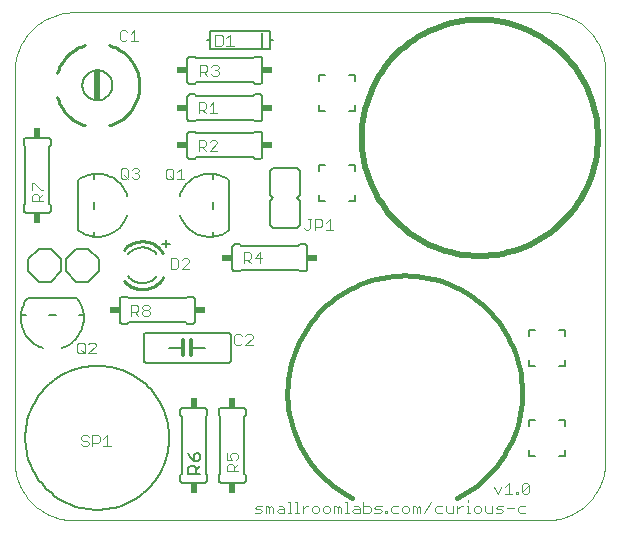
<source format=gto>
G75*
G70*
%OFA0B0*%
%FSLAX24Y24*%
%IPPOS*%
%LPD*%
%AMOC8*
5,1,8,0,0,1.08239X$1,22.5*
%
%ADD10C,0.0197*%
%ADD11C,0.0000*%
%ADD12C,0.0040*%
%ADD13C,0.0160*%
%ADD14C,0.0070*%
%ADD15C,0.0060*%
%ADD16R,0.0340X0.0240*%
%ADD17R,0.0240X0.0340*%
%ADD18C,0.0050*%
%ADD19C,0.0080*%
%ADD20C,0.0030*%
%ADD21C,0.0100*%
%ADD22R,0.0240X0.0960*%
%ADD23C,0.0120*%
D10*
X014304Y013707D02*
X014309Y013900D01*
X014323Y014093D01*
X014347Y014285D01*
X014380Y014475D01*
X014422Y014664D01*
X014474Y014850D01*
X014534Y015033D01*
X014604Y015214D01*
X014682Y015390D01*
X014769Y015563D01*
X014864Y015731D01*
X014968Y015894D01*
X015079Y016052D01*
X015198Y016205D01*
X015324Y016351D01*
X015457Y016491D01*
X015597Y016624D01*
X015743Y016750D01*
X015896Y016869D01*
X016054Y016980D01*
X016217Y017084D01*
X016385Y017179D01*
X016558Y017266D01*
X016734Y017344D01*
X016915Y017414D01*
X017098Y017474D01*
X017284Y017526D01*
X017473Y017568D01*
X017663Y017601D01*
X017855Y017625D01*
X018048Y017639D01*
X018241Y017644D01*
X018434Y017639D01*
X018627Y017625D01*
X018819Y017601D01*
X019009Y017568D01*
X019198Y017526D01*
X019384Y017474D01*
X019567Y017414D01*
X019748Y017344D01*
X019924Y017266D01*
X020097Y017179D01*
X020265Y017084D01*
X020428Y016980D01*
X020586Y016869D01*
X020739Y016750D01*
X020885Y016624D01*
X021025Y016491D01*
X021158Y016351D01*
X021284Y016205D01*
X021403Y016052D01*
X021514Y015894D01*
X021618Y015731D01*
X021713Y015563D01*
X021800Y015390D01*
X021878Y015214D01*
X021948Y015033D01*
X022008Y014850D01*
X022060Y014664D01*
X022102Y014475D01*
X022135Y014285D01*
X022159Y014093D01*
X022173Y013900D01*
X022178Y013707D01*
X022173Y013514D01*
X022159Y013321D01*
X022135Y013129D01*
X022102Y012939D01*
X022060Y012750D01*
X022008Y012564D01*
X021948Y012381D01*
X021878Y012200D01*
X021800Y012024D01*
X021713Y011851D01*
X021618Y011683D01*
X021514Y011520D01*
X021403Y011362D01*
X021284Y011209D01*
X021158Y011063D01*
X021025Y010923D01*
X020885Y010790D01*
X020739Y010664D01*
X020586Y010545D01*
X020428Y010434D01*
X020265Y010330D01*
X020097Y010235D01*
X019924Y010148D01*
X019748Y010070D01*
X019567Y010000D01*
X019384Y009940D01*
X019198Y009888D01*
X019009Y009846D01*
X018819Y009813D01*
X018627Y009789D01*
X018434Y009775D01*
X018241Y009770D01*
X018048Y009775D01*
X017855Y009789D01*
X017663Y009813D01*
X017473Y009846D01*
X017284Y009888D01*
X017098Y009940D01*
X016915Y010000D01*
X016734Y010070D01*
X016558Y010148D01*
X016385Y010235D01*
X016217Y010330D01*
X016054Y010434D01*
X015896Y010545D01*
X015743Y010664D01*
X015597Y010790D01*
X015457Y010923D01*
X015324Y011063D01*
X015198Y011209D01*
X015079Y011362D01*
X014968Y011520D01*
X014864Y011683D01*
X014769Y011851D01*
X014682Y012024D01*
X014604Y012200D01*
X014534Y012381D01*
X014474Y012564D01*
X014422Y012750D01*
X014380Y012939D01*
X014347Y013129D01*
X014323Y013321D01*
X014309Y013514D01*
X014304Y013707D01*
D11*
X002741Y010406D02*
X002741Y002926D01*
X002743Y002832D01*
X002750Y002739D01*
X002761Y002646D01*
X002777Y002553D01*
X002797Y002462D01*
X002821Y002371D01*
X002849Y002282D01*
X002882Y002194D01*
X002919Y002108D01*
X002960Y002024D01*
X003005Y001942D01*
X003054Y001861D01*
X003106Y001784D01*
X003162Y001709D01*
X003222Y001637D01*
X003285Y001567D01*
X003351Y001501D01*
X003421Y001438D01*
X003493Y001378D01*
X003568Y001322D01*
X003645Y001270D01*
X003725Y001221D01*
X003808Y001176D01*
X003892Y001135D01*
X003978Y001098D01*
X004066Y001065D01*
X004155Y001037D01*
X004246Y001013D01*
X004337Y000993D01*
X004430Y000977D01*
X004523Y000966D01*
X004616Y000959D01*
X004710Y000957D01*
X014946Y000957D01*
X020458Y000957D01*
X020552Y000959D01*
X020645Y000966D01*
X020738Y000977D01*
X020831Y000993D01*
X020922Y001013D01*
X021013Y001037D01*
X021102Y001065D01*
X021190Y001098D01*
X021276Y001135D01*
X021360Y001176D01*
X021443Y001221D01*
X021523Y001270D01*
X021600Y001322D01*
X021675Y001378D01*
X021747Y001438D01*
X021817Y001501D01*
X021883Y001567D01*
X021946Y001637D01*
X022006Y001709D01*
X022062Y001784D01*
X022114Y001861D01*
X022163Y001942D01*
X022208Y002024D01*
X022249Y002108D01*
X022286Y002194D01*
X022319Y002282D01*
X022347Y002371D01*
X022371Y002462D01*
X022391Y002553D01*
X022407Y002646D01*
X022418Y002739D01*
X022425Y002832D01*
X022427Y002926D01*
X022426Y002926D02*
X022426Y011194D01*
X022426Y015918D01*
X022427Y015918D02*
X022425Y016012D01*
X022418Y016105D01*
X022407Y016198D01*
X022391Y016291D01*
X022371Y016382D01*
X022347Y016473D01*
X022319Y016562D01*
X022286Y016650D01*
X022249Y016736D01*
X022208Y016820D01*
X022163Y016902D01*
X022114Y016983D01*
X022062Y017060D01*
X022006Y017135D01*
X021946Y017207D01*
X021883Y017277D01*
X021817Y017343D01*
X021747Y017406D01*
X021675Y017466D01*
X021600Y017522D01*
X021523Y017574D01*
X021442Y017623D01*
X021360Y017668D01*
X021276Y017709D01*
X021190Y017746D01*
X021102Y017779D01*
X021013Y017807D01*
X020922Y017831D01*
X020831Y017851D01*
X020738Y017867D01*
X020645Y017878D01*
X020552Y017885D01*
X020458Y017887D01*
X010419Y017887D01*
X004710Y017887D01*
X004616Y017885D01*
X004523Y017878D01*
X004430Y017867D01*
X004337Y017851D01*
X004246Y017831D01*
X004155Y017807D01*
X004066Y017779D01*
X003978Y017746D01*
X003892Y017709D01*
X003808Y017668D01*
X003725Y017623D01*
X003645Y017574D01*
X003568Y017522D01*
X003493Y017466D01*
X003421Y017406D01*
X003351Y017343D01*
X003285Y017277D01*
X003222Y017207D01*
X003162Y017135D01*
X003106Y017060D01*
X003054Y016983D01*
X003005Y016903D01*
X002960Y016820D01*
X002919Y016736D01*
X002882Y016650D01*
X002849Y016562D01*
X002821Y016473D01*
X002797Y016382D01*
X002777Y016291D01*
X002761Y016198D01*
X002750Y016105D01*
X002743Y016012D01*
X002741Y015918D01*
X002741Y010406D01*
D12*
X003311Y011591D02*
X003311Y011771D01*
X003371Y011831D01*
X003491Y011831D01*
X003551Y011771D01*
X003551Y011591D01*
X003551Y011711D02*
X003671Y011831D01*
X003671Y011959D02*
X003611Y011959D01*
X003371Y012199D01*
X003311Y012199D01*
X003311Y011959D01*
X003311Y011591D02*
X003671Y011591D01*
X006270Y012408D02*
X006331Y012348D01*
X006451Y012348D01*
X006511Y012408D01*
X006511Y012648D01*
X006451Y012708D01*
X006331Y012708D01*
X006270Y012648D01*
X006270Y012408D01*
X006391Y012468D02*
X006511Y012348D01*
X006639Y012408D02*
X006699Y012348D01*
X006819Y012348D01*
X006879Y012408D01*
X006879Y012468D01*
X006819Y012528D01*
X006759Y012528D01*
X006819Y012528D02*
X006879Y012588D01*
X006879Y012648D01*
X006819Y012708D01*
X006699Y012708D01*
X006639Y012648D01*
X007788Y012621D02*
X007788Y012380D01*
X007848Y012320D01*
X007968Y012320D01*
X008028Y012380D01*
X008028Y012621D01*
X007968Y012681D01*
X007848Y012681D01*
X007788Y012621D01*
X007908Y012440D02*
X008028Y012320D01*
X008156Y012320D02*
X008396Y012320D01*
X008276Y012320D02*
X008276Y012681D01*
X008156Y012561D01*
X008875Y013277D02*
X008875Y013638D01*
X009055Y013638D01*
X009115Y013578D01*
X009115Y013458D01*
X009055Y013398D01*
X008875Y013398D01*
X008995Y013398D02*
X009115Y013277D01*
X009243Y013277D02*
X009483Y013518D01*
X009483Y013578D01*
X009423Y013638D01*
X009303Y013638D01*
X009243Y013578D01*
X009243Y013277D02*
X009483Y013277D01*
X009483Y014527D02*
X009243Y014527D01*
X009363Y014527D02*
X009363Y014888D01*
X009243Y014768D01*
X009115Y014828D02*
X009115Y014708D01*
X009055Y014648D01*
X008875Y014648D01*
X008995Y014648D02*
X009115Y014527D01*
X008875Y014527D02*
X008875Y014888D01*
X009055Y014888D01*
X009115Y014828D01*
X009165Y015777D02*
X009045Y015898D01*
X009105Y015898D02*
X008925Y015898D01*
X008925Y015777D02*
X008925Y016138D01*
X009105Y016138D01*
X009165Y016078D01*
X009165Y015958D01*
X009105Y015898D01*
X009293Y015838D02*
X009353Y015777D01*
X009473Y015777D01*
X009533Y015838D01*
X009533Y015898D01*
X009473Y015958D01*
X009413Y015958D01*
X009473Y015958D02*
X009533Y016018D01*
X009533Y016078D01*
X009473Y016138D01*
X009353Y016138D01*
X009293Y016078D01*
X006849Y016943D02*
X006609Y016943D01*
X006729Y016943D02*
X006729Y017304D01*
X006609Y017183D01*
X006481Y017244D02*
X006421Y017304D01*
X006301Y017304D01*
X006241Y017244D01*
X006241Y017003D01*
X006301Y016943D01*
X006421Y016943D01*
X006481Y017003D01*
X012506Y010988D02*
X012627Y010988D01*
X012567Y010988D02*
X012567Y010688D01*
X012506Y010627D01*
X012446Y010627D01*
X012386Y010688D01*
X012755Y010748D02*
X012935Y010748D01*
X012995Y010808D01*
X012995Y010928D01*
X012935Y010988D01*
X012755Y010988D01*
X012755Y010627D01*
X013123Y010627D02*
X013363Y010627D01*
X013243Y010627D02*
X013243Y010988D01*
X013123Y010868D01*
X010923Y009888D02*
X010923Y009527D01*
X010983Y009708D02*
X010743Y009708D01*
X010923Y009888D01*
X010615Y009828D02*
X010615Y009708D01*
X010555Y009648D01*
X010375Y009648D01*
X010495Y009648D02*
X010615Y009527D01*
X010375Y009527D02*
X010375Y009888D01*
X010555Y009888D01*
X010615Y009828D01*
X008558Y009628D02*
X008558Y009568D01*
X008318Y009327D01*
X008558Y009327D01*
X008190Y009388D02*
X008190Y009628D01*
X008130Y009688D01*
X007950Y009688D01*
X007950Y009327D01*
X008130Y009327D01*
X008190Y009388D01*
X008318Y009628D02*
X008378Y009688D01*
X008498Y009688D01*
X008558Y009628D01*
X007173Y008138D02*
X007233Y008078D01*
X007233Y008018D01*
X007173Y007958D01*
X007053Y007958D01*
X006993Y008018D01*
X006993Y008078D01*
X007053Y008138D01*
X007173Y008138D01*
X007173Y007958D02*
X007233Y007898D01*
X007233Y007838D01*
X007173Y007777D01*
X007053Y007777D01*
X006993Y007838D01*
X006993Y007898D01*
X007053Y007958D01*
X006865Y007958D02*
X006865Y008078D01*
X006805Y008138D01*
X006625Y008138D01*
X006625Y007777D01*
X006625Y007898D02*
X006805Y007898D01*
X006865Y007958D01*
X006745Y007898D02*
X006865Y007777D01*
X005438Y006819D02*
X005378Y006879D01*
X005258Y006879D01*
X005198Y006819D01*
X005070Y006819D02*
X005070Y006579D01*
X005010Y006519D01*
X004890Y006519D01*
X004830Y006579D01*
X004830Y006819D01*
X004890Y006879D01*
X005010Y006879D01*
X005070Y006819D01*
X004950Y006639D02*
X005070Y006519D01*
X005198Y006519D02*
X005438Y006759D01*
X005438Y006819D01*
X005438Y006519D02*
X005198Y006519D01*
X005142Y003788D02*
X005021Y003788D01*
X004961Y003728D01*
X004961Y003668D01*
X005021Y003608D01*
X005142Y003608D01*
X005202Y003548D01*
X005202Y003488D01*
X005142Y003427D01*
X005021Y003427D01*
X004961Y003488D01*
X005202Y003728D02*
X005142Y003788D01*
X005330Y003788D02*
X005510Y003788D01*
X005570Y003728D01*
X005570Y003608D01*
X005510Y003548D01*
X005330Y003548D01*
X005330Y003427D02*
X005330Y003788D01*
X005698Y003668D02*
X005818Y003788D01*
X005818Y003427D01*
X005698Y003427D02*
X005938Y003427D01*
X009811Y003199D02*
X009811Y002959D01*
X009991Y002959D01*
X009931Y003079D01*
X009931Y003139D01*
X009991Y003199D01*
X010111Y003199D01*
X010171Y003139D01*
X010171Y003019D01*
X010111Y002959D01*
X010171Y002831D02*
X010051Y002711D01*
X010051Y002771D02*
X010051Y002591D01*
X010171Y002591D02*
X009811Y002591D01*
X009811Y002771D01*
X009871Y002831D01*
X009991Y002831D01*
X010051Y002771D01*
X010800Y001443D02*
X010980Y001443D01*
X011108Y001443D02*
X011168Y001443D01*
X011228Y001383D01*
X011288Y001443D01*
X011348Y001383D01*
X011348Y001202D01*
X011228Y001202D02*
X011228Y001383D01*
X011108Y001443D02*
X011108Y001202D01*
X010980Y001263D02*
X010920Y001323D01*
X010800Y001323D01*
X010740Y001383D01*
X010800Y001443D01*
X010740Y001202D02*
X010920Y001202D01*
X010980Y001263D01*
X011477Y001263D02*
X011537Y001323D01*
X011717Y001323D01*
X011717Y001383D02*
X011717Y001202D01*
X011537Y001202D01*
X011477Y001263D01*
X011537Y001443D02*
X011657Y001443D01*
X011717Y001383D01*
X011845Y001563D02*
X011905Y001563D01*
X011905Y001202D01*
X011845Y001202D02*
X011965Y001202D01*
X012090Y001202D02*
X012210Y001202D01*
X012150Y001202D02*
X012150Y001563D01*
X012090Y001563D01*
X012336Y001443D02*
X012336Y001202D01*
X012336Y001323D02*
X012456Y001443D01*
X012516Y001443D01*
X012643Y001383D02*
X012643Y001263D01*
X012703Y001202D01*
X012823Y001202D01*
X012883Y001263D01*
X012883Y001383D01*
X012823Y001443D01*
X012703Y001443D01*
X012643Y001383D01*
X013011Y001383D02*
X013011Y001263D01*
X013071Y001202D01*
X013191Y001202D01*
X013251Y001263D01*
X013251Y001383D01*
X013191Y001443D01*
X013071Y001443D01*
X013011Y001383D01*
X013379Y001443D02*
X013379Y001202D01*
X013499Y001202D02*
X013499Y001383D01*
X013560Y001443D01*
X013620Y001383D01*
X013620Y001202D01*
X013748Y001202D02*
X013868Y001202D01*
X013808Y001202D02*
X013808Y001563D01*
X013748Y001563D01*
X013499Y001383D02*
X013439Y001443D01*
X013379Y001443D01*
X013993Y001263D02*
X014053Y001323D01*
X014233Y001323D01*
X014233Y001383D02*
X014233Y001202D01*
X014053Y001202D01*
X013993Y001263D01*
X014053Y001443D02*
X014173Y001443D01*
X014233Y001383D01*
X014362Y001443D02*
X014542Y001443D01*
X014602Y001383D01*
X014602Y001263D01*
X014542Y001202D01*
X014362Y001202D01*
X014362Y001563D01*
X014730Y001383D02*
X014790Y001443D01*
X014970Y001443D01*
X014910Y001323D02*
X014970Y001263D01*
X014910Y001202D01*
X014730Y001202D01*
X014790Y001323D02*
X014730Y001383D01*
X014790Y001323D02*
X014910Y001323D01*
X015098Y001263D02*
X015158Y001263D01*
X015158Y001202D01*
X015098Y001202D01*
X015098Y001263D01*
X015282Y001263D02*
X015282Y001383D01*
X015342Y001443D01*
X015522Y001443D01*
X015651Y001383D02*
X015651Y001263D01*
X015711Y001202D01*
X015831Y001202D01*
X015891Y001263D01*
X015891Y001383D01*
X015831Y001443D01*
X015711Y001443D01*
X015651Y001383D01*
X015522Y001202D02*
X015342Y001202D01*
X015282Y001263D01*
X016019Y001202D02*
X016019Y001443D01*
X016079Y001443D01*
X016139Y001383D01*
X016199Y001443D01*
X016259Y001383D01*
X016259Y001202D01*
X016139Y001202D02*
X016139Y001383D01*
X016387Y001202D02*
X016627Y001563D01*
X016756Y001383D02*
X016756Y001263D01*
X016816Y001202D01*
X016996Y001202D01*
X017124Y001263D02*
X017124Y001443D01*
X016996Y001443D02*
X016816Y001443D01*
X016756Y001383D01*
X017124Y001263D02*
X017184Y001202D01*
X017364Y001202D01*
X017364Y001443D01*
X017492Y001443D02*
X017492Y001202D01*
X017492Y001323D02*
X017612Y001443D01*
X017672Y001443D01*
X017799Y001443D02*
X017859Y001443D01*
X017859Y001202D01*
X017799Y001202D02*
X017919Y001202D01*
X018045Y001263D02*
X018105Y001202D01*
X018225Y001202D01*
X018285Y001263D01*
X018285Y001383D01*
X018225Y001443D01*
X018105Y001443D01*
X018045Y001383D01*
X018045Y001263D01*
X017859Y001563D02*
X017859Y001623D01*
X018413Y001443D02*
X018413Y001263D01*
X018473Y001202D01*
X018653Y001202D01*
X018653Y001443D01*
X018781Y001383D02*
X018841Y001443D01*
X019021Y001443D01*
X018961Y001323D02*
X018841Y001323D01*
X018781Y001383D01*
X018781Y001202D02*
X018961Y001202D01*
X019021Y001263D01*
X018961Y001323D01*
X019149Y001383D02*
X019390Y001383D01*
X019518Y001383D02*
X019518Y001263D01*
X019578Y001202D01*
X019758Y001202D01*
X019758Y001443D02*
X019578Y001443D01*
X019518Y001383D01*
X019519Y001827D02*
X019459Y001827D01*
X019459Y001888D01*
X019519Y001888D01*
X019519Y001827D01*
X019643Y001888D02*
X019883Y002128D01*
X019883Y001888D01*
X019823Y001827D01*
X019703Y001827D01*
X019643Y001888D01*
X019643Y002128D01*
X019703Y002188D01*
X019823Y002188D01*
X019883Y002128D01*
X019331Y001827D02*
X019091Y001827D01*
X019211Y001827D02*
X019211Y002188D01*
X019091Y002068D01*
X018963Y002068D02*
X018842Y001827D01*
X018722Y002068D01*
X010667Y006805D02*
X010427Y006805D01*
X010667Y007045D01*
X010667Y007105D01*
X010607Y007165D01*
X010487Y007165D01*
X010427Y007105D01*
X010299Y007105D02*
X010239Y007165D01*
X010118Y007165D01*
X010058Y007105D01*
X010058Y006865D01*
X010118Y006805D01*
X010239Y006805D01*
X010299Y006865D01*
D13*
X013991Y001707D02*
X013823Y001796D01*
X013659Y001894D01*
X013500Y001999D01*
X013347Y002112D01*
X013199Y002232D01*
X013057Y002359D01*
X012922Y002493D01*
X012793Y002634D01*
X012671Y002780D01*
X012557Y002933D01*
X012450Y003090D01*
X012351Y003253D01*
X012260Y003420D01*
X012177Y003592D01*
X012103Y003767D01*
X012037Y003946D01*
X011980Y004128D01*
X011932Y004312D01*
X011893Y004499D01*
X011863Y004687D01*
X011842Y004876D01*
X011831Y005066D01*
X011828Y005257D01*
X011835Y005447D01*
X011852Y005637D01*
X011877Y005826D01*
X011912Y006013D01*
X011956Y006198D01*
X012008Y006382D01*
X012070Y006562D01*
X012140Y006739D01*
X012219Y006912D01*
X012306Y007082D01*
X012402Y007247D01*
X012505Y007407D01*
X012616Y007562D01*
X012734Y007711D01*
X012859Y007854D01*
X012992Y007991D01*
X013131Y008122D01*
X013275Y008246D01*
X013426Y008362D01*
X013583Y008471D01*
X013744Y008572D01*
X013910Y008665D01*
X014081Y008750D01*
X014255Y008827D01*
X014433Y008895D01*
X014614Y008954D01*
X014798Y009005D01*
X014984Y009046D01*
X015171Y009078D01*
X015361Y009101D01*
X015551Y009115D01*
X015741Y009120D01*
X015931Y009115D01*
X016121Y009101D01*
X016311Y009078D01*
X016498Y009046D01*
X016684Y009005D01*
X016868Y008954D01*
X017049Y008895D01*
X017227Y008827D01*
X017401Y008750D01*
X017572Y008665D01*
X017738Y008572D01*
X017899Y008471D01*
X018056Y008362D01*
X018207Y008246D01*
X018351Y008122D01*
X018490Y007991D01*
X018623Y007854D01*
X018748Y007711D01*
X018866Y007562D01*
X018977Y007407D01*
X019080Y007247D01*
X019176Y007082D01*
X019263Y006912D01*
X019342Y006739D01*
X019412Y006562D01*
X019474Y006382D01*
X019526Y006198D01*
X019570Y006013D01*
X019605Y005826D01*
X019630Y005637D01*
X019647Y005447D01*
X019654Y005257D01*
X019651Y005066D01*
X019640Y004876D01*
X019619Y004687D01*
X019589Y004499D01*
X019550Y004312D01*
X019502Y004128D01*
X019445Y003946D01*
X019379Y003767D01*
X019305Y003592D01*
X019222Y003420D01*
X019131Y003253D01*
X019032Y003090D01*
X018925Y002933D01*
X018811Y002780D01*
X018689Y002634D01*
X018560Y002493D01*
X018425Y002359D01*
X018283Y002232D01*
X018135Y002112D01*
X017982Y001999D01*
X017823Y001894D01*
X017659Y001796D01*
X017491Y001707D01*
D14*
X007778Y010056D02*
X007778Y010309D01*
X007651Y010183D02*
X007905Y010183D01*
D15*
X007465Y009825D02*
X007435Y009860D01*
X007404Y009893D01*
X007369Y009923D01*
X007333Y009950D01*
X007295Y009974D01*
X007255Y009996D01*
X007213Y010014D01*
X007170Y010030D01*
X007126Y010042D01*
X007082Y010050D01*
X007036Y010055D01*
X006991Y010057D01*
X006946Y010055D01*
X006900Y010050D01*
X006856Y010042D01*
X006812Y010030D01*
X006769Y010014D01*
X006727Y009996D01*
X006687Y009974D01*
X006649Y009950D01*
X006613Y009923D01*
X006578Y009893D01*
X006547Y009860D01*
X006517Y009825D01*
X006991Y008857D02*
X007037Y008859D01*
X007083Y008864D01*
X007129Y008873D01*
X007174Y008885D01*
X007217Y008901D01*
X007259Y008920D01*
X007300Y008943D01*
X007339Y008968D01*
X007375Y008996D01*
X007410Y009027D01*
X007442Y009061D01*
X007471Y009097D01*
X006991Y008857D02*
X006944Y008859D01*
X006896Y008865D01*
X006850Y008874D01*
X006804Y008887D01*
X006760Y008903D01*
X006716Y008923D01*
X006675Y008947D01*
X006636Y008973D01*
X006599Y009003D01*
X006564Y009036D01*
X006532Y009071D01*
X006503Y009108D01*
X006491Y008407D02*
X006341Y008407D01*
X006324Y008405D01*
X006307Y008401D01*
X006291Y008394D01*
X006277Y008384D01*
X006264Y008371D01*
X006254Y008357D01*
X006247Y008341D01*
X006243Y008324D01*
X006241Y008307D01*
X006241Y007607D01*
X006243Y007590D01*
X006247Y007573D01*
X006254Y007557D01*
X006264Y007543D01*
X006277Y007530D01*
X006291Y007520D01*
X006307Y007513D01*
X006324Y007509D01*
X006341Y007507D01*
X006491Y007507D01*
X006541Y007557D01*
X008441Y007557D01*
X008491Y007507D01*
X008641Y007507D01*
X008658Y007509D01*
X008675Y007513D01*
X008691Y007520D01*
X008705Y007530D01*
X008718Y007543D01*
X008728Y007557D01*
X008735Y007573D01*
X008739Y007590D01*
X008741Y007607D01*
X008741Y008307D01*
X008739Y008324D01*
X008735Y008341D01*
X008728Y008357D01*
X008718Y008371D01*
X008705Y008384D01*
X008691Y008394D01*
X008675Y008401D01*
X008658Y008405D01*
X008641Y008407D01*
X008491Y008407D01*
X008441Y008357D01*
X006541Y008357D01*
X006491Y008407D01*
X005541Y009257D02*
X005541Y009657D01*
X005191Y010007D01*
X004791Y010007D01*
X004441Y009657D01*
X004441Y009257D01*
X004791Y008907D01*
X005191Y008907D01*
X005541Y009257D01*
X004816Y008357D02*
X003167Y008357D01*
X003104Y007807D02*
X002946Y007807D01*
X003879Y007807D02*
X004104Y007807D01*
X004816Y008357D02*
X004853Y008306D01*
X004888Y008253D01*
X004920Y008197D01*
X004948Y008140D01*
X004972Y008081D01*
X004993Y008021D01*
X005010Y007960D01*
X005024Y007898D01*
X005033Y007835D01*
X005039Y007772D01*
X005041Y007708D01*
X005039Y007644D01*
X005033Y007581D01*
X005024Y007518D01*
X005011Y007456D01*
X004993Y007395D01*
X004973Y007335D01*
X004948Y007276D01*
X004920Y007219D01*
X004889Y007163D01*
X004855Y007110D01*
X004817Y007059D01*
X004776Y007010D01*
X004732Y006964D01*
X004686Y006920D01*
X004637Y006879D01*
X004586Y006842D01*
X004532Y006807D01*
X004477Y006776D01*
X004420Y006748D01*
X004361Y006724D01*
X004301Y006704D01*
X003681Y006704D02*
X003621Y006724D01*
X003562Y006748D01*
X003505Y006776D01*
X003450Y006807D01*
X003396Y006842D01*
X003345Y006879D01*
X003296Y006920D01*
X003250Y006964D01*
X003206Y007010D01*
X003165Y007059D01*
X003127Y007110D01*
X003093Y007163D01*
X003061Y007219D01*
X003034Y007276D01*
X003009Y007335D01*
X002989Y007395D01*
X002971Y007456D01*
X002958Y007518D01*
X002949Y007581D01*
X002943Y007644D01*
X002941Y007708D01*
X002943Y007772D01*
X002949Y007835D01*
X002958Y007898D01*
X002972Y007960D01*
X002989Y008021D01*
X003010Y008081D01*
X003034Y008140D01*
X003062Y008197D01*
X003094Y008253D01*
X003129Y008306D01*
X003166Y008357D01*
X003541Y008907D02*
X003941Y008907D01*
X004291Y009257D01*
X004291Y009657D01*
X003941Y010007D01*
X003541Y010007D01*
X003191Y009657D01*
X003191Y009257D01*
X003541Y008907D01*
X004879Y007807D02*
X005037Y007807D01*
X007041Y007107D02*
X007041Y006307D01*
X007043Y006290D01*
X007047Y006273D01*
X007054Y006257D01*
X007064Y006243D01*
X007077Y006230D01*
X007091Y006220D01*
X007107Y006213D01*
X007124Y006209D01*
X007141Y006207D01*
X009841Y006207D01*
X009858Y006209D01*
X009875Y006213D01*
X009891Y006220D01*
X009905Y006230D01*
X009918Y006243D01*
X009928Y006257D01*
X009935Y006273D01*
X009939Y006290D01*
X009941Y006307D01*
X009941Y007107D01*
X009939Y007124D01*
X009935Y007141D01*
X009928Y007157D01*
X009918Y007171D01*
X009905Y007184D01*
X009891Y007194D01*
X009875Y007201D01*
X009858Y007205D01*
X009841Y007207D01*
X007141Y007207D01*
X007124Y007205D01*
X007107Y007201D01*
X007091Y007194D01*
X007077Y007184D01*
X007064Y007171D01*
X007054Y007157D01*
X007047Y007141D01*
X007043Y007124D01*
X007041Y007107D01*
X007891Y006707D02*
X008361Y006707D01*
X008611Y006707D02*
X009091Y006707D01*
X009054Y004707D02*
X008354Y004707D01*
X008337Y004705D01*
X008320Y004701D01*
X008304Y004694D01*
X008290Y004684D01*
X008277Y004671D01*
X008267Y004657D01*
X008260Y004641D01*
X008256Y004624D01*
X008254Y004607D01*
X008254Y004457D01*
X008304Y004407D01*
X008304Y002507D01*
X008254Y002457D01*
X008254Y002307D01*
X008256Y002290D01*
X008260Y002273D01*
X008267Y002257D01*
X008277Y002243D01*
X008290Y002230D01*
X008304Y002220D01*
X008320Y002213D01*
X008337Y002209D01*
X008354Y002207D01*
X009054Y002207D01*
X009071Y002209D01*
X009088Y002213D01*
X009104Y002220D01*
X009118Y002230D01*
X009131Y002243D01*
X009141Y002257D01*
X009148Y002273D01*
X009152Y002290D01*
X009154Y002307D01*
X009154Y002457D01*
X009104Y002507D01*
X009104Y004407D01*
X009154Y004457D01*
X009154Y004607D01*
X009152Y004624D01*
X009148Y004641D01*
X009141Y004657D01*
X009131Y004671D01*
X009118Y004684D01*
X009104Y004694D01*
X009088Y004701D01*
X009071Y004705D01*
X009054Y004707D01*
X009541Y004607D02*
X009541Y004457D01*
X009591Y004407D01*
X009591Y002507D01*
X009541Y002457D01*
X009541Y002307D01*
X009543Y002290D01*
X009547Y002273D01*
X009554Y002257D01*
X009564Y002243D01*
X009577Y002230D01*
X009591Y002220D01*
X009607Y002213D01*
X009624Y002209D01*
X009641Y002207D01*
X010341Y002207D01*
X010358Y002209D01*
X010375Y002213D01*
X010391Y002220D01*
X010405Y002230D01*
X010418Y002243D01*
X010428Y002257D01*
X010435Y002273D01*
X010439Y002290D01*
X010441Y002307D01*
X010441Y002457D01*
X010391Y002507D01*
X010391Y004407D01*
X010441Y004457D01*
X010441Y004607D01*
X010439Y004624D01*
X010435Y004641D01*
X010428Y004657D01*
X010418Y004671D01*
X010405Y004684D01*
X010391Y004694D01*
X010375Y004701D01*
X010358Y004705D01*
X010341Y004707D01*
X009641Y004707D01*
X009624Y004705D01*
X009607Y004701D01*
X009591Y004694D01*
X009577Y004684D01*
X009564Y004671D01*
X009554Y004657D01*
X009547Y004641D01*
X009543Y004624D01*
X009541Y004607D01*
X003091Y003707D02*
X003094Y003825D01*
X003103Y003942D01*
X003117Y004059D01*
X003137Y004175D01*
X003163Y004290D01*
X003194Y004404D01*
X003231Y004516D01*
X003274Y004625D01*
X003321Y004733D01*
X003374Y004838D01*
X003432Y004941D01*
X003495Y005040D01*
X003563Y005137D01*
X003636Y005230D01*
X003713Y005319D01*
X003794Y005404D01*
X003879Y005485D01*
X003968Y005562D01*
X004061Y005635D01*
X004158Y005703D01*
X004257Y005766D01*
X004360Y005824D01*
X004465Y005877D01*
X004573Y005924D01*
X004682Y005967D01*
X004794Y006004D01*
X004908Y006035D01*
X005023Y006061D01*
X005139Y006081D01*
X005256Y006095D01*
X005373Y006104D01*
X005491Y006107D01*
X005609Y006104D01*
X005726Y006095D01*
X005843Y006081D01*
X005959Y006061D01*
X006074Y006035D01*
X006188Y006004D01*
X006300Y005967D01*
X006409Y005924D01*
X006517Y005877D01*
X006622Y005824D01*
X006725Y005766D01*
X006824Y005703D01*
X006921Y005635D01*
X007014Y005562D01*
X007103Y005485D01*
X007188Y005404D01*
X007269Y005319D01*
X007346Y005230D01*
X007419Y005137D01*
X007487Y005040D01*
X007550Y004941D01*
X007608Y004838D01*
X007661Y004733D01*
X007708Y004625D01*
X007751Y004516D01*
X007788Y004404D01*
X007819Y004290D01*
X007845Y004175D01*
X007865Y004059D01*
X007879Y003942D01*
X007888Y003825D01*
X007891Y003707D01*
X007888Y003589D01*
X007879Y003472D01*
X007865Y003355D01*
X007845Y003239D01*
X007819Y003124D01*
X007788Y003010D01*
X007751Y002898D01*
X007708Y002789D01*
X007661Y002681D01*
X007608Y002576D01*
X007550Y002473D01*
X007487Y002374D01*
X007419Y002277D01*
X007346Y002184D01*
X007269Y002095D01*
X007188Y002010D01*
X007103Y001929D01*
X007014Y001852D01*
X006921Y001779D01*
X006824Y001711D01*
X006725Y001648D01*
X006622Y001590D01*
X006517Y001537D01*
X006409Y001490D01*
X006300Y001447D01*
X006188Y001410D01*
X006074Y001379D01*
X005959Y001353D01*
X005843Y001333D01*
X005726Y001319D01*
X005609Y001310D01*
X005491Y001307D01*
X005373Y001310D01*
X005256Y001319D01*
X005139Y001333D01*
X005023Y001353D01*
X004908Y001379D01*
X004794Y001410D01*
X004682Y001447D01*
X004573Y001490D01*
X004465Y001537D01*
X004360Y001590D01*
X004257Y001648D01*
X004158Y001711D01*
X004061Y001779D01*
X003968Y001852D01*
X003879Y001929D01*
X003794Y002010D01*
X003713Y002095D01*
X003636Y002184D01*
X003563Y002277D01*
X003495Y002374D01*
X003432Y002473D01*
X003374Y002576D01*
X003321Y002681D01*
X003274Y002789D01*
X003231Y002898D01*
X003194Y003010D01*
X003163Y003124D01*
X003137Y003239D01*
X003117Y003355D01*
X003103Y003472D01*
X003094Y003589D01*
X003091Y003707D01*
X009991Y009357D02*
X009991Y010057D01*
X009993Y010074D01*
X009997Y010091D01*
X010004Y010107D01*
X010014Y010121D01*
X010027Y010134D01*
X010041Y010144D01*
X010057Y010151D01*
X010074Y010155D01*
X010091Y010157D01*
X010241Y010157D01*
X010291Y010107D01*
X012191Y010107D01*
X012241Y010157D01*
X012391Y010157D01*
X012408Y010155D01*
X012425Y010151D01*
X012441Y010144D01*
X012455Y010134D01*
X012468Y010121D01*
X012478Y010107D01*
X012485Y010091D01*
X012489Y010074D01*
X012491Y010057D01*
X012491Y009357D01*
X012489Y009340D01*
X012485Y009323D01*
X012478Y009307D01*
X012468Y009293D01*
X012455Y009280D01*
X012441Y009270D01*
X012425Y009263D01*
X012408Y009259D01*
X012391Y009257D01*
X012241Y009257D01*
X012191Y009307D01*
X010291Y009307D01*
X010241Y009257D01*
X010091Y009257D01*
X010074Y009259D01*
X010057Y009263D01*
X010041Y009270D01*
X010027Y009280D01*
X010014Y009293D01*
X010004Y009307D01*
X009997Y009323D01*
X009993Y009340D01*
X009991Y009357D01*
X011341Y010707D02*
X011241Y010807D01*
X011241Y011607D01*
X011341Y011707D01*
X011241Y011807D01*
X011241Y012607D01*
X011341Y012707D01*
X012141Y012707D01*
X012241Y012607D01*
X012241Y011807D01*
X012141Y011707D01*
X012241Y011607D01*
X012241Y010807D01*
X012141Y010707D01*
X011341Y010707D01*
X012891Y011607D02*
X012891Y011807D01*
X012891Y011607D02*
X013091Y011607D01*
X013891Y011607D02*
X014091Y011607D01*
X014091Y011807D01*
X014091Y012607D02*
X014091Y012807D01*
X013891Y012807D01*
X013091Y012807D02*
X012891Y012807D01*
X012891Y012607D01*
X010991Y013107D02*
X010991Y013807D01*
X010989Y013824D01*
X010985Y013841D01*
X010978Y013857D01*
X010968Y013871D01*
X010955Y013884D01*
X010941Y013894D01*
X010925Y013901D01*
X010908Y013905D01*
X010891Y013907D01*
X010741Y013907D01*
X010691Y013857D01*
X008791Y013857D01*
X008741Y013907D01*
X008591Y013907D01*
X008574Y013905D01*
X008557Y013901D01*
X008541Y013894D01*
X008527Y013884D01*
X008514Y013871D01*
X008504Y013857D01*
X008497Y013841D01*
X008493Y013824D01*
X008491Y013807D01*
X008491Y013107D01*
X008493Y013090D01*
X008497Y013073D01*
X008504Y013057D01*
X008514Y013043D01*
X008527Y013030D01*
X008541Y013020D01*
X008557Y013013D01*
X008574Y013009D01*
X008591Y013007D01*
X008741Y013007D01*
X008791Y013057D01*
X010691Y013057D01*
X010741Y013007D01*
X010891Y013007D01*
X010908Y013009D01*
X010925Y013013D01*
X010941Y013020D01*
X010955Y013030D01*
X010968Y013043D01*
X010978Y013057D01*
X010985Y013073D01*
X010989Y013090D01*
X010991Y013107D01*
X010891Y014257D02*
X010741Y014257D01*
X010691Y014307D01*
X008791Y014307D01*
X008741Y014257D01*
X008591Y014257D01*
X008574Y014259D01*
X008557Y014263D01*
X008541Y014270D01*
X008527Y014280D01*
X008514Y014293D01*
X008504Y014307D01*
X008497Y014323D01*
X008493Y014340D01*
X008491Y014357D01*
X008491Y015057D01*
X008493Y015074D01*
X008497Y015091D01*
X008504Y015107D01*
X008514Y015121D01*
X008527Y015134D01*
X008541Y015144D01*
X008557Y015151D01*
X008574Y015155D01*
X008591Y015157D01*
X008741Y015157D01*
X008791Y015107D01*
X010691Y015107D01*
X010741Y015157D01*
X010891Y015157D01*
X010908Y015155D01*
X010925Y015151D01*
X010941Y015144D01*
X010955Y015134D01*
X010968Y015121D01*
X010978Y015107D01*
X010985Y015091D01*
X010989Y015074D01*
X010991Y015057D01*
X010991Y014357D01*
X010989Y014340D01*
X010985Y014323D01*
X010978Y014307D01*
X010968Y014293D01*
X010955Y014280D01*
X010941Y014270D01*
X010925Y014263D01*
X010908Y014259D01*
X010891Y014257D01*
X010891Y015507D02*
X010741Y015507D01*
X010691Y015557D01*
X008791Y015557D01*
X008741Y015507D01*
X008591Y015507D01*
X008574Y015509D01*
X008557Y015513D01*
X008541Y015520D01*
X008527Y015530D01*
X008514Y015543D01*
X008504Y015557D01*
X008497Y015573D01*
X008493Y015590D01*
X008491Y015607D01*
X008491Y016307D01*
X008493Y016324D01*
X008497Y016341D01*
X008504Y016357D01*
X008514Y016371D01*
X008527Y016384D01*
X008541Y016394D01*
X008557Y016401D01*
X008574Y016405D01*
X008591Y016407D01*
X008741Y016407D01*
X008791Y016357D01*
X010691Y016357D01*
X010741Y016407D01*
X010891Y016407D01*
X010908Y016405D01*
X010925Y016401D01*
X010941Y016394D01*
X010955Y016384D01*
X010968Y016371D01*
X010978Y016357D01*
X010985Y016341D01*
X010989Y016324D01*
X010991Y016307D01*
X010991Y015607D01*
X010989Y015590D01*
X010985Y015573D01*
X010978Y015557D01*
X010968Y015543D01*
X010955Y015530D01*
X010941Y015520D01*
X010925Y015513D01*
X010908Y015509D01*
X010891Y015507D01*
X012891Y015607D02*
X012891Y015807D01*
X013091Y015807D01*
X013891Y015807D02*
X014091Y015807D01*
X014091Y015607D01*
X014091Y014807D02*
X014091Y014607D01*
X013891Y014607D01*
X013091Y014607D02*
X012891Y014607D01*
X012891Y014807D01*
X004991Y015457D02*
X004993Y015501D01*
X004999Y015545D01*
X005009Y015588D01*
X005022Y015630D01*
X005039Y015671D01*
X005060Y015710D01*
X005084Y015747D01*
X005111Y015782D01*
X005141Y015814D01*
X005174Y015844D01*
X005210Y015870D01*
X005247Y015894D01*
X005287Y015913D01*
X005328Y015930D01*
X005371Y015942D01*
X005414Y015951D01*
X005458Y015956D01*
X005502Y015957D01*
X005546Y015954D01*
X005590Y015947D01*
X005633Y015936D01*
X005675Y015922D01*
X005715Y015904D01*
X005754Y015882D01*
X005790Y015858D01*
X005824Y015830D01*
X005856Y015799D01*
X005885Y015765D01*
X005911Y015729D01*
X005933Y015691D01*
X005952Y015651D01*
X005967Y015609D01*
X005979Y015567D01*
X005987Y015523D01*
X005991Y015479D01*
X005991Y015435D01*
X005987Y015391D01*
X005979Y015347D01*
X005967Y015305D01*
X005952Y015263D01*
X005933Y015223D01*
X005911Y015185D01*
X005885Y015149D01*
X005856Y015115D01*
X005824Y015084D01*
X005790Y015056D01*
X005754Y015032D01*
X005715Y015010D01*
X005675Y014992D01*
X005633Y014978D01*
X005590Y014967D01*
X005546Y014960D01*
X005502Y014957D01*
X005458Y014958D01*
X005414Y014963D01*
X005371Y014972D01*
X005328Y014984D01*
X005287Y015001D01*
X005247Y015020D01*
X005210Y015044D01*
X005174Y015070D01*
X005141Y015100D01*
X005111Y015132D01*
X005084Y015167D01*
X005060Y015204D01*
X005039Y015243D01*
X005022Y015284D01*
X005009Y015326D01*
X004999Y015369D01*
X004993Y015413D01*
X004991Y015457D01*
X003841Y013707D02*
X003141Y013707D01*
X003124Y013705D01*
X003107Y013701D01*
X003091Y013694D01*
X003077Y013684D01*
X003064Y013671D01*
X003054Y013657D01*
X003047Y013641D01*
X003043Y013624D01*
X003041Y013607D01*
X003041Y013457D01*
X003091Y013407D01*
X003091Y011507D01*
X003041Y011457D01*
X003041Y011307D01*
X003043Y011290D01*
X003047Y011273D01*
X003054Y011257D01*
X003064Y011243D01*
X003077Y011230D01*
X003091Y011220D01*
X003107Y011213D01*
X003124Y011209D01*
X003141Y011207D01*
X003841Y011207D01*
X003858Y011209D01*
X003875Y011213D01*
X003891Y011220D01*
X003905Y011230D01*
X003918Y011243D01*
X003928Y011257D01*
X003935Y011273D01*
X003939Y011290D01*
X003941Y011307D01*
X003941Y011457D01*
X003891Y011507D01*
X003891Y013407D01*
X003941Y013457D01*
X003941Y013607D01*
X003939Y013624D01*
X003935Y013641D01*
X003928Y013657D01*
X003918Y013671D01*
X003905Y013684D01*
X003891Y013694D01*
X003875Y013701D01*
X003858Y013705D01*
X003841Y013707D01*
X005391Y012503D02*
X005391Y012345D01*
X004841Y012282D02*
X004841Y010633D01*
X005391Y010570D02*
X005391Y010412D01*
X005391Y011345D02*
X005391Y011570D01*
X004841Y012282D02*
X004892Y012319D01*
X004945Y012354D01*
X005001Y012386D01*
X005058Y012414D01*
X005117Y012438D01*
X005177Y012459D01*
X005238Y012476D01*
X005300Y012490D01*
X005363Y012499D01*
X005426Y012505D01*
X005490Y012507D01*
X005554Y012505D01*
X005617Y012499D01*
X005680Y012490D01*
X005742Y012477D01*
X005803Y012459D01*
X005863Y012439D01*
X005922Y012414D01*
X005979Y012386D01*
X006035Y012355D01*
X006088Y012321D01*
X006139Y012283D01*
X006188Y012242D01*
X006234Y012198D01*
X006278Y012152D01*
X006319Y012103D01*
X006356Y012052D01*
X006391Y011998D01*
X006422Y011943D01*
X006450Y011886D01*
X006474Y011827D01*
X006494Y011767D01*
X006494Y011147D02*
X006474Y011087D01*
X006450Y011028D01*
X006422Y010971D01*
X006391Y010916D01*
X006356Y010862D01*
X006319Y010811D01*
X006278Y010762D01*
X006234Y010716D01*
X006188Y010672D01*
X006139Y010631D01*
X006088Y010593D01*
X006035Y010559D01*
X005979Y010527D01*
X005922Y010500D01*
X005863Y010475D01*
X005803Y010455D01*
X005742Y010437D01*
X005680Y010424D01*
X005617Y010415D01*
X005554Y010409D01*
X005490Y010407D01*
X005426Y010409D01*
X005363Y010415D01*
X005300Y010424D01*
X005238Y010438D01*
X005177Y010455D01*
X005117Y010476D01*
X005058Y010500D01*
X005001Y010528D01*
X004945Y010560D01*
X004892Y010595D01*
X004841Y010632D01*
X019891Y007307D02*
X019891Y007107D01*
X019891Y007307D02*
X020091Y007307D01*
X020891Y007307D02*
X021091Y007307D01*
X021091Y007107D01*
X021091Y006307D02*
X021091Y006107D01*
X020891Y006107D01*
X020091Y006107D02*
X019891Y006107D01*
X019891Y006307D01*
X019891Y004307D02*
X020091Y004307D01*
X019891Y004307D02*
X019891Y004107D01*
X019891Y003307D02*
X019891Y003107D01*
X020091Y003107D01*
X020891Y003107D02*
X021091Y003107D01*
X021091Y003307D01*
X021091Y004107D02*
X021091Y004307D01*
X020891Y004307D01*
D16*
X012661Y009707D03*
X009821Y009707D03*
X008911Y007957D03*
X006071Y007957D03*
X008321Y013457D03*
X008321Y014707D03*
X008321Y015957D03*
X011161Y015957D03*
X011161Y014707D03*
X011161Y013457D03*
D17*
X003491Y013877D03*
X003491Y011037D03*
X008704Y004877D03*
X009991Y004877D03*
X009991Y002037D03*
X008704Y002037D03*
D18*
X008770Y002504D02*
X008770Y002704D01*
X008704Y002771D01*
X008570Y002771D01*
X008504Y002704D01*
X008504Y002504D01*
X008904Y002504D01*
X008770Y002637D02*
X008904Y002771D01*
X008837Y002918D02*
X008904Y002985D01*
X008904Y003118D01*
X008837Y003185D01*
X008770Y003185D01*
X008704Y003118D01*
X008704Y002918D01*
X008837Y002918D01*
X008704Y002918D02*
X008570Y003052D01*
X008504Y003185D01*
X009341Y010412D02*
X009341Y010570D01*
X009891Y010633D02*
X009891Y012282D01*
X009341Y012345D02*
X009341Y012503D01*
X009341Y011570D02*
X009341Y011345D01*
X009891Y010632D02*
X009843Y010597D01*
X009793Y010564D01*
X009741Y010533D01*
X009687Y010506D01*
X009632Y010482D01*
X009575Y010462D01*
X009518Y010444D01*
X009460Y010430D01*
X009401Y010419D01*
X009341Y010412D01*
X008238Y011767D02*
X008258Y011827D01*
X008282Y011886D01*
X008310Y011943D01*
X008341Y011998D01*
X008376Y012052D01*
X008413Y012103D01*
X008454Y012152D01*
X008498Y012198D01*
X008544Y012242D01*
X008593Y012283D01*
X008644Y012321D01*
X008697Y012355D01*
X008753Y012387D01*
X008810Y012414D01*
X008869Y012439D01*
X008929Y012459D01*
X008990Y012477D01*
X009052Y012490D01*
X009115Y012499D01*
X009178Y012505D01*
X009242Y012507D01*
X009306Y012505D01*
X009369Y012499D01*
X009432Y012490D01*
X009494Y012476D01*
X009555Y012459D01*
X009615Y012438D01*
X009674Y012414D01*
X009731Y012386D01*
X009787Y012354D01*
X009840Y012319D01*
X009891Y012282D01*
X009341Y010412D02*
X009279Y010408D01*
X009216Y010407D01*
X009154Y010411D01*
X009092Y010418D01*
X009031Y010428D01*
X008970Y010443D01*
X008910Y010461D01*
X008851Y010482D01*
X008794Y010507D01*
X008739Y010535D01*
X008685Y010566D01*
X008633Y010601D01*
X008583Y010639D01*
X008536Y010679D01*
X008491Y010723D01*
X008448Y010768D01*
X008409Y010817D01*
X008372Y010867D01*
X008339Y010920D01*
X008308Y010974D01*
X008281Y011031D01*
X008258Y011088D01*
X008238Y011147D01*
D19*
X009241Y016657D02*
X009241Y016957D01*
X009141Y016957D01*
X009241Y016957D02*
X009241Y017257D01*
X011241Y017257D01*
X011241Y016957D01*
X011341Y016957D01*
X011241Y016957D02*
X011241Y016657D01*
X009241Y016657D01*
X010991Y016707D02*
X010991Y017207D01*
D20*
X010038Y016776D02*
X009792Y016776D01*
X009915Y016776D02*
X009915Y017146D01*
X009792Y017023D01*
X009670Y017085D02*
X009670Y016838D01*
X009608Y016776D01*
X009423Y016776D01*
X009423Y017146D01*
X009608Y017146D01*
X009670Y017085D01*
D21*
X005891Y016797D02*
X005960Y016774D01*
X006028Y016748D01*
X006095Y016718D01*
X006160Y016684D01*
X006223Y016648D01*
X006285Y016608D01*
X006344Y016565D01*
X006400Y016519D01*
X006455Y016470D01*
X006506Y016418D01*
X006555Y016364D01*
X006601Y016307D01*
X006644Y016248D01*
X006684Y016186D01*
X006720Y016123D01*
X006753Y016058D01*
X006783Y015991D01*
X006809Y015923D01*
X006832Y015853D01*
X006850Y015783D01*
X006866Y015711D01*
X006877Y015639D01*
X006885Y015567D01*
X006889Y015494D01*
X006889Y015420D01*
X006885Y015347D01*
X006877Y015275D01*
X006866Y015203D01*
X006850Y015131D01*
X006832Y015061D01*
X006809Y014991D01*
X006783Y014923D01*
X006753Y014856D01*
X006720Y014791D01*
X006684Y014728D01*
X006644Y014666D01*
X006601Y014607D01*
X006555Y014550D01*
X006506Y014496D01*
X006455Y014444D01*
X006400Y014395D01*
X006344Y014349D01*
X006285Y014306D01*
X006223Y014266D01*
X006160Y014230D01*
X006095Y014196D01*
X006028Y014166D01*
X005960Y014140D01*
X005891Y014117D01*
X004151Y015857D02*
X004174Y015926D01*
X004200Y015994D01*
X004230Y016061D01*
X004263Y016126D01*
X004300Y016189D01*
X004339Y016250D01*
X004382Y016309D01*
X004428Y016365D01*
X004477Y016419D01*
X004529Y016471D01*
X004583Y016520D01*
X004639Y016566D01*
X004698Y016609D01*
X004759Y016648D01*
X004822Y016685D01*
X004887Y016718D01*
X004954Y016748D01*
X005022Y016774D01*
X005091Y016797D01*
X004151Y015057D02*
X004174Y014988D01*
X004200Y014920D01*
X004230Y014853D01*
X004263Y014788D01*
X004300Y014725D01*
X004339Y014664D01*
X004382Y014605D01*
X004428Y014549D01*
X004477Y014495D01*
X004529Y014443D01*
X004583Y014394D01*
X004639Y014348D01*
X004698Y014305D01*
X004759Y014266D01*
X004822Y014229D01*
X004887Y014196D01*
X004954Y014166D01*
X005022Y014140D01*
X005091Y014117D01*
X006991Y010257D02*
X007047Y010255D01*
X007103Y010249D01*
X007158Y010239D01*
X007212Y010226D01*
X007266Y010208D01*
X007318Y010187D01*
X007368Y010163D01*
X007417Y010134D01*
X007463Y010103D01*
X007507Y010068D01*
X007549Y010031D01*
X007587Y009990D01*
X007623Y009947D01*
X007656Y009902D01*
X007686Y009854D01*
X006991Y010257D02*
X006938Y010255D01*
X006884Y010250D01*
X006832Y010241D01*
X006780Y010229D01*
X006729Y010213D01*
X006679Y010194D01*
X006630Y010171D01*
X006583Y010145D01*
X006538Y010117D01*
X006495Y010085D01*
X006455Y010051D01*
X006416Y010013D01*
X006380Y009974D01*
X006991Y008657D02*
X007045Y008659D01*
X007099Y008664D01*
X007152Y008673D01*
X007205Y008686D01*
X007256Y008702D01*
X007306Y008722D01*
X007355Y008745D01*
X007403Y008771D01*
X007448Y008800D01*
X007491Y008833D01*
X007532Y008868D01*
X007571Y008906D01*
X007607Y008946D01*
X007640Y008989D01*
X007670Y009034D01*
X007697Y009081D01*
X006991Y008657D02*
X006937Y008659D01*
X006884Y008664D01*
X006830Y008673D01*
X006778Y008686D01*
X006727Y008702D01*
X006676Y008722D01*
X006627Y008744D01*
X006580Y008770D01*
X006535Y008800D01*
X006492Y008832D01*
X006451Y008867D01*
X006412Y008905D01*
X006376Y008945D01*
D22*
X005491Y015457D03*
D23*
X008361Y006957D02*
X008361Y006707D01*
X008361Y006457D01*
X008611Y006457D02*
X008611Y006707D01*
X008611Y006957D01*
M02*

</source>
